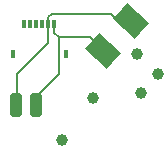
<source format=gtl>
G04*
G04 #@! TF.GenerationSoftware,Altium Limited,Altium Designer,23.10.1 (27)*
G04*
G04 Layer_Physical_Order=1*
G04 Layer_Color=255*
%FSLAX25Y25*%
%MOIN*%
G70*
G04*
G04 #@! TF.SameCoordinates,772BFEA8-91BE-421E-ADD9-B03B6B11456D*
G04*
G04*
G04 #@! TF.FilePolarity,Positive*
G04*
G01*
G75*
%ADD10C,0.00787*%
G04:AMPARAMS|DCode=12|XSize=39.37mil|YSize=78.74mil|CornerRadius=9.84mil|HoleSize=0mil|Usage=FLASHONLY|Rotation=0.000|XOffset=0mil|YOffset=0mil|HoleType=Round|Shape=RoundedRectangle|*
%AMROUNDEDRECTD12*
21,1,0.03937,0.05906,0,0,0.0*
21,1,0.01968,0.07874,0,0,0.0*
1,1,0.01968,0.00984,-0.02953*
1,1,0.01968,-0.00984,-0.02953*
1,1,0.01968,-0.00984,0.02953*
1,1,0.01968,0.00984,0.02953*
%
%ADD12ROUNDEDRECTD12*%
%ADD13R,0.01575X0.03150*%
%ADD14R,0.01181X0.03150*%
G04:AMPARAMS|DCode=15|XSize=70.87mil|YSize=98.43mil|CornerRadius=0mil|HoleSize=0mil|Usage=FLASHONLY|Rotation=227.000|XOffset=0mil|YOffset=0mil|HoleType=Round|Shape=Rectangle|*
%AMROTATEDRECTD15*
4,1,4,-0.01183,0.05948,0.06016,-0.00765,0.01183,-0.05948,-0.06016,0.00765,-0.01183,0.05948,0.0*
%
%ADD15ROTATEDRECTD15*%

%ADD22C,0.03937*%
D10*
X-155905Y137795D02*
Y140157D01*
Y131496D02*
Y137795D01*
Y140157D02*
X-154724Y141339D01*
X-134808D02*
X-132502Y139033D01*
X-154724Y141339D02*
X-134808D01*
X-166142Y108661D02*
Y121260D01*
X-155905Y131496D01*
X-159843Y108268D02*
Y113779D01*
X-152362Y121260D01*
Y133465D01*
X-132502Y139033D02*
X-128158D01*
X-153937Y135039D02*
Y137795D01*
Y135039D02*
X-152362Y133465D01*
X-142065D02*
X-137555Y128955D01*
X-152362Y133465D02*
X-142065D01*
X-137555Y128955D02*
X-137555D01*
D12*
X-159843Y111024D02*
D03*
X-166535Y111024D02*
D03*
D13*
X-167717Y127953D02*
D03*
X-150000D02*
D03*
D14*
X-155905Y137795D02*
D03*
X-157874D02*
D03*
X-159843D02*
D03*
X-153937D02*
D03*
X-161811D02*
D03*
X-163779D02*
D03*
D15*
X-137555Y128955D02*
D03*
X-128158Y139033D02*
D03*
D22*
X-151279Y99114D02*
D03*
X-140945Y113386D02*
D03*
X-125087Y114906D02*
D03*
X-119180Y121240D02*
D03*
X-126378Y127953D02*
D03*
M02*

</source>
